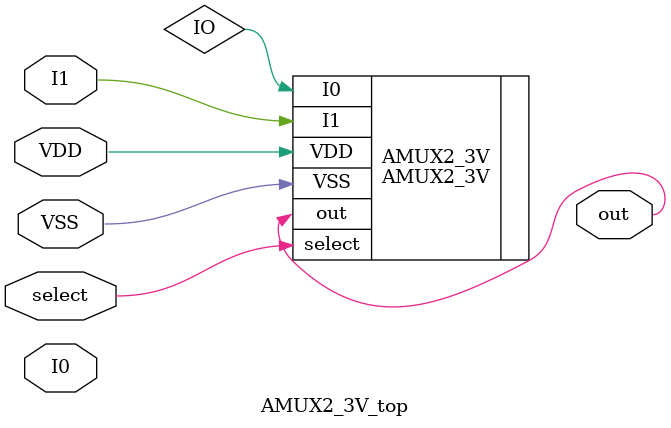
<source format=v>


module AMUX2_3V_top (
   	input VDD, 
   	input VSS,
   	input I0,
   	input I1,
   	output out,
   	input select
);
   AMUX2_3V AMUX2_3V (
		.VDD (VDD),
		.VSS (VSS),
		.I0 (IO),
		.I1 (I1),
		.out (out),
		.select (select)
	);

endmodule

</source>
